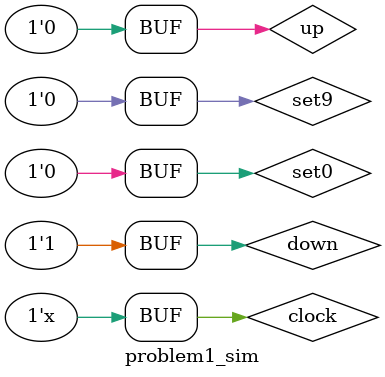
<source format=v>
`timescale 1ns / 1ps


module problem1_sim;
reg clock, up, down, set9, set0;
wire [3:0] out;
wire cout, bout;

problem1 P1(clock, up, down, set9, set0, out, cout, bout);

always
    #10 clock =~ clock;
initial
begin
    #0 {clock, up, down, set9, set0} = 1;
    #20 set0 = 0;
    #45 up = 1;
    #305 {up, down} = 1;
    #500;
    
end
endmodule

</source>
